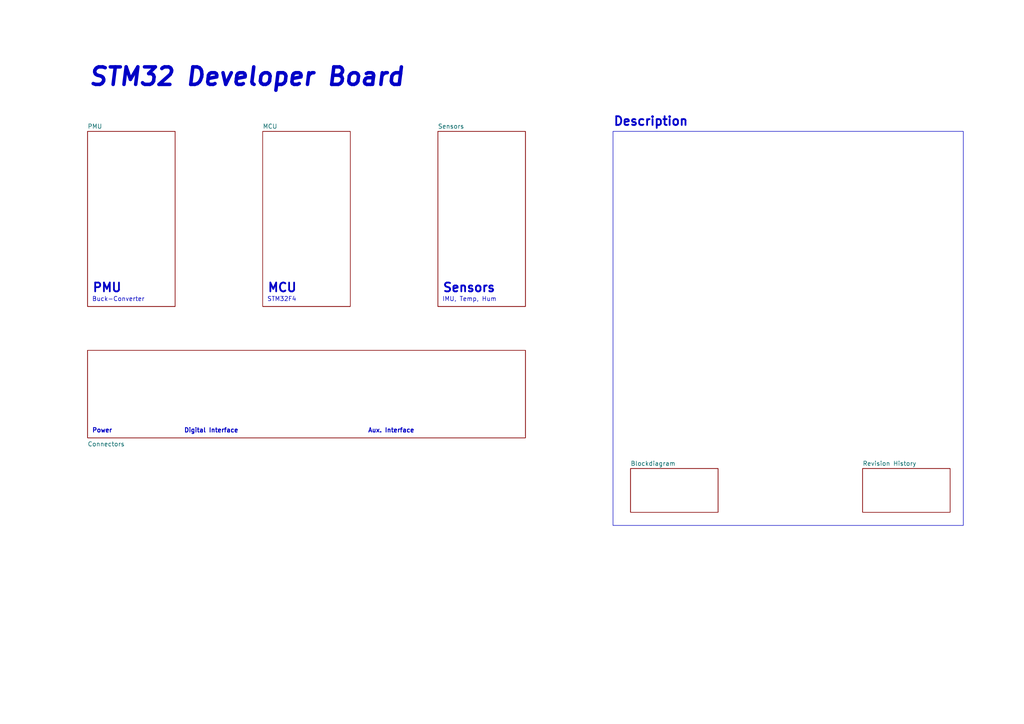
<source format=kicad_sch>
(kicad_sch (version 20230121) (generator eeschema)
  (paper "A4")
  (title_block (title "STM32-DevBoard") (date "2023-08-20") (rev "R0") (company "s-grundner"))
  (lib_symbols)
  (rectangle (start 177.8 38.1) (end 279.4 152.4))
  (text "STM32 Developer Board\n" (at 25.4 25.4 0) (effects (font (size 5.08 5.08) (thickness 1.016) bold italic) (justify left bottom)))
  (text "Digital Interface" (at 53.34 125.73 0) (effects (font (size 1.27 1.27) (thickness 0.254) bold) (justify left bottom)))
  (text "Buck-Converter" (at 26.67 87.63 0) (effects (font (size 1.27 1.27)) (justify left bottom)))
  (text "STM32F4" (at 77.47 87.63 0) (effects (font (size 1.27 1.27)) (justify left bottom)))
  (text "MCU" (at 77.47 85.09 0) (effects (font (size 2.54 2.54) (thickness 0.508) bold) (justify left bottom)))
  (text "Aux. Interface" (at 106.68 125.73 0) (effects (font (size 1.27 1.27) (thickness 0.254) bold) (justify left bottom)))
  (text "Sensors" (at 128.27 85.09 0) (effects (font (size 2.54 2.54) (thickness 0.508) bold) (justify left bottom)))
  (text "Power" (at 26.67 125.73 0) (effects (font (size 1.27 1.27) (thickness 0.254) bold) (justify left bottom)))
  (text "Description" (at 177.8 36.83 0) (effects (font (size 2.54 2.54) (thickness 0.508) bold) (justify left bottom)))
  (text "IMU, Temp, Hum" (at 128.27 87.63 0) (effects (font (size 1.27 1.27)) (justify left bottom)))
  (text "PMU" (at 26.67 85.09 0) (effects (font (size 2.54 2.54) (thickness 0.508) bold) (justify left bottom)))
  (sheet (at 25.4 38.1) (size 25.4 50.8) (stroke (width 0.1524))
    (property "Sheetname" "PMU" (at 25.4 37.3884 0) (effects (justify left bottom)))
    (property "Sheetfile" "PMU.kicad_sch" (effects hide))
  )
  (sheet (at 76.2 38.1) (size 25.4 50.8) (stroke (width 0.1524))
    (property "Sheetname" "MCU" (at 76.2 37.3884 0) (effects (justify left bottom)))
    (property "Sheetfile" "MCU.kicad_sch" (effects hide))
  )
  (sheet (at 250.19 135.89) (size 25.4 12.7) (stroke (width 0.1524))
    (property "Sheetname" "Revision History" (at 250.19 135.1784 0) (effects (justify left bottom)))
    (property "Sheetfile" "RevHist.kicad_sch" (effects hide))
  )
  (sheet (at 127 38.1) (size 25.4 50.8) (stroke (width 0.1524))
    (property "Sheetname" "Sensors" (at 127 37.3884 0) (effects (justify left bottom)))
    (property "Sheetfile" "Sensors.kicad_sch" (effects hide))
  )
  (sheet (at 182.88 135.89) (size 25.4 12.7) (stroke (width 0.1524))
    (property "Sheetname" "Blockdiagram" (at 182.88 135.1784 0) (effects (justify left bottom)))
    (property "Sheetfile" "BSB.kicad_sch" (effects hide))
  )
  (sheet (at 25.4 101.6) (size 127 25.4) (stroke (width 0.1524))
    (property "Sheetname" "Connectors" (at 25.4 129.54 0) (effects (justify left bottom)))
    (property "Sheetfile" "CONN.kicad_sch" (effects hide))
  )
)
</source>
